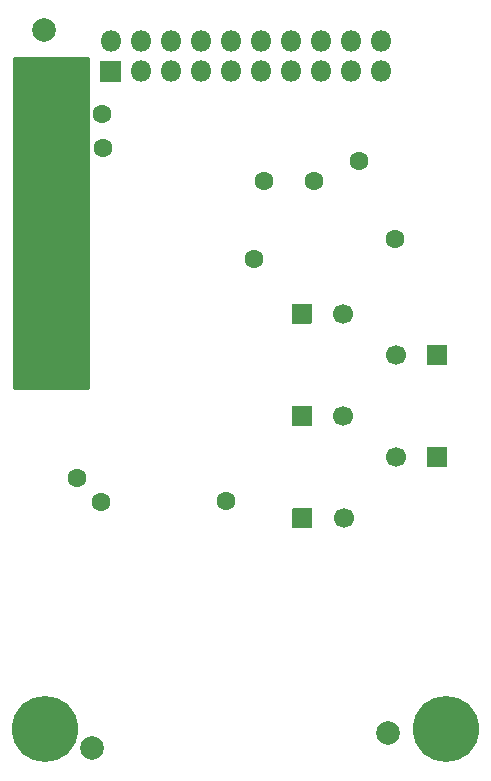
<source format=gbs>
G04 #@! TF.GenerationSoftware,KiCad,Pcbnew,(5.1.10)-1*
G04 #@! TF.CreationDate,2021-11-03T08:24:22+05:30*
G04 #@! TF.ProjectId,P-1000072_Cicada Wi-Fi,502d3130-3030-4303-9732-5f4369636164,0.1*
G04 #@! TF.SameCoordinates,PX7cee6c0PY3dfd240*
G04 #@! TF.FileFunction,Soldermask,Bot*
G04 #@! TF.FilePolarity,Negative*
%FSLAX46Y46*%
G04 Gerber Fmt 4.6, Leading zero omitted, Abs format (unit mm)*
G04 Created by KiCad (PCBNEW (5.1.10)-1) date 2021-11-03 08:24:22*
%MOMM*%
%LPD*%
G01*
G04 APERTURE LIST*
%ADD10O,1.800000X1.800000*%
%ADD11C,1.700000*%
%ADD12C,1.600000*%
%ADD13C,5.600000*%
%ADD14C,2.000000*%
%ADD15C,0.254000*%
%ADD16C,0.100000*%
G04 APERTURE END LIST*
D10*
X11455400Y1244600D03*
X11455400Y-1295400D03*
X8915400Y1244600D03*
X8915400Y-1295400D03*
X6375400Y1244600D03*
X6375400Y-1295400D03*
X3835400Y1244600D03*
X3835400Y-1295400D03*
X1295400Y1244600D03*
X1295400Y-1295400D03*
X-1244600Y1244600D03*
X-1244600Y-1295400D03*
X-3784600Y1244600D03*
X-3784600Y-1295400D03*
X-6324600Y1244600D03*
X-6324600Y-1295400D03*
X-8864600Y1244600D03*
X-8864600Y-1295400D03*
X-11404600Y1244600D03*
G36*
G01*
X-12254600Y-395400D02*
X-10554600Y-395400D01*
G75*
G02*
X-10504600Y-445400I0J-50000D01*
G01*
X-10504600Y-2145400D01*
G75*
G02*
X-10554600Y-2195400I-50000J0D01*
G01*
X-12254600Y-2195400D01*
G75*
G02*
X-12304600Y-2145400I0J50000D01*
G01*
X-12304600Y-445400D01*
G75*
G02*
X-12254600Y-395400I50000J0D01*
G01*
G37*
D11*
X8280400Y-30457140D03*
G36*
G01*
X3930400Y-31257140D02*
X3930400Y-29657140D01*
G75*
G02*
X3980400Y-29607140I50000J0D01*
G01*
X5580400Y-29607140D01*
G75*
G02*
X5630400Y-29657140I0J-50000D01*
G01*
X5630400Y-31257140D01*
G75*
G02*
X5580400Y-31307140I-50000J0D01*
G01*
X3980400Y-31307140D01*
G75*
G02*
X3930400Y-31257140I0J50000D01*
G01*
G37*
D12*
X-1686560Y-37688520D03*
D11*
X8239760Y-21798280D03*
G36*
G01*
X3889760Y-22598280D02*
X3889760Y-20998280D01*
G75*
G02*
X3939760Y-20948280I50000J0D01*
G01*
X5539760Y-20948280D01*
G75*
G02*
X5589760Y-20998280I0J-50000D01*
G01*
X5589760Y-22598280D01*
G75*
G02*
X5539760Y-22648280I-50000J0D01*
G01*
X3939760Y-22648280D01*
G75*
G02*
X3889760Y-22598280I0J50000D01*
G01*
G37*
D12*
X-12255500Y-37754560D03*
X741680Y-17139920D03*
D11*
X12702540Y-25318720D03*
G36*
G01*
X17052540Y-24518720D02*
X17052540Y-26118720D01*
G75*
G02*
X17002540Y-26168720I-50000J0D01*
G01*
X15402540Y-26168720D01*
G75*
G02*
X15352540Y-26118720I0J50000D01*
G01*
X15352540Y-24518720D01*
G75*
G02*
X15402540Y-24468720I50000J0D01*
G01*
X17002540Y-24468720D01*
G75*
G02*
X17052540Y-24518720I0J-50000D01*
G01*
G37*
X12722860Y-33962340D03*
G36*
G01*
X17072860Y-33162340D02*
X17072860Y-34762340D01*
G75*
G02*
X17022860Y-34812340I-50000J0D01*
G01*
X15422860Y-34812340D01*
G75*
G02*
X15372860Y-34762340I0J50000D01*
G01*
X15372860Y-33162340D01*
G75*
G02*
X15422860Y-33112340I50000J0D01*
G01*
X17022860Y-33112340D01*
G75*
G02*
X17072860Y-33162340I0J-50000D01*
G01*
G37*
D12*
X-14269720Y-35745420D03*
X5820000Y-10570000D03*
X1590000Y-10570000D03*
X-12130000Y-4900000D03*
X-12110000Y-7790000D03*
X12630000Y-15460000D03*
X9600000Y-8870000D03*
D11*
X8315840Y-39116000D03*
G36*
G01*
X3965840Y-39916000D02*
X3965840Y-38316000D01*
G75*
G02*
X4015840Y-38266000I50000J0D01*
G01*
X5615840Y-38266000D01*
G75*
G02*
X5665840Y-38316000I0J-50000D01*
G01*
X5665840Y-39916000D01*
G75*
G02*
X5615840Y-39966000I-50000J0D01*
G01*
X4015840Y-39966000D01*
G75*
G02*
X3965840Y-39916000I0J50000D01*
G01*
G37*
D13*
X-17000000Y-57000000D03*
D14*
X12031980Y-57343040D03*
X-12964160Y-58587640D03*
X-17096740Y2212340D03*
D13*
X17000000Y-57000000D03*
D15*
X-13377000Y-28113000D02*
X-19623000Y-28113000D01*
X-19623000Y-167000D01*
X-13377000Y-167000D01*
X-13377000Y-28113000D01*
D16*
G36*
X-13377000Y-28113000D02*
G01*
X-19623000Y-28113000D01*
X-19623000Y-167000D01*
X-13377000Y-167000D01*
X-13377000Y-28113000D01*
G37*
M02*

</source>
